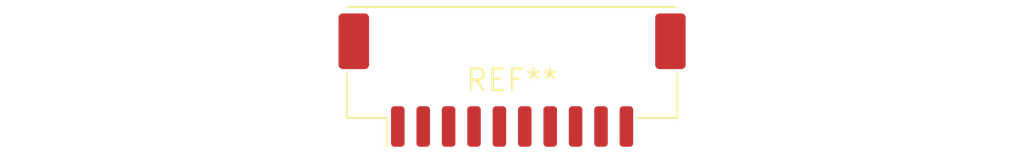
<source format=kicad_pcb>
(kicad_pcb (version 20240108) (generator pcbnew)
  (layers (0 "F.Cu" signal) (31 "B.Cu" signal) (34 "B.Paste" user) (35 "F.Paste" user) (36 "B.SilkS" user "B.Silkscreen") (37 "F.SilkS" user "F.Silkscreen") (38 "B.Mask" user) (39 "F.Mask" user) (44 "Edge.Cuts" user))
  (net 0 "")
  (footprint "Molex_CLIK-Mate_505405-1070_1x10-1MP_P1.50mm_Vertical" (layer "F.Cu") (at 0 0)
    (property "Reference" "REF**")
    (property "Value" "Molex_CLIK-Mate_505405-1070_1x10-1MP_P1.50mm_Vertical")
    (fp_line (start -9.76 -0.39) (end -9.76 2.24) (layer "F.SilkS") (stroke (width 0.12)))
    (fp_line (start -9.76 2.24) (end -7.41 2.24) (layer "F.SilkS") (stroke (width 0.12)))
    (fp_line (start -9.65 -4.33) (end 9.65 -4.33) (layer "F.SilkS") (stroke (width 0.12)))
    (fp_line (start -7.41 2.24) (end -7.41 3.95) (layer "F.SilkS") (stroke (width 0.12)))
    (fp_line (start 9.76 -0.39) (end 9.76 2.24) (layer "F.SilkS") (stroke (width 0.12)))
    (fp_line (start 9.76 2.24) (end 7.41 2.24) (layer "F.SilkS") (stroke (width 0.12)))
    (pad "1" smd roundrect (at -6.75 2.75) (size 0.8 2.4) (layers "F.Cu" "F.Paste" "F.Mask"))
    (pad "2" smd roundrect (at -5.25 2.75) (size 0.8 2.4) (layers "F.Cu" "F.Paste" "F.Mask"))
    (pad "3" smd roundrect (at -3.75 2.75) (size 0.8 2.4) (layers "F.Cu" "F.Paste" "F.Mask"))
    (pad "4" smd roundrect (at -2.25 2.75) (size 0.8 2.4) (layers "F.Cu" "F.Paste" "F.Mask"))
    (pad "5" smd roundrect (at -0.75 2.75) (size 0.8 2.4) (layers "F.Cu" "F.Paste" "F.Mask"))
    (pad "6" smd roundrect (at 0.75 2.75) (size 0.8 2.4) (layers "F.Cu" "F.Paste" "F.Mask"))
    (pad "7" smd roundrect (at 2.25 2.75) (size 0.8 2.4) (layers "F.Cu" "F.Paste" "F.Mask"))
    (pad "8" smd roundrect (at 3.75 2.75) (size 0.8 2.4) (layers "F.Cu" "F.Paste" "F.Mask"))
    (pad "9" smd roundrect (at 5.25 2.75) (size 0.8 2.4) (layers "F.Cu" "F.Paste" "F.Mask"))
    (pad "10" smd roundrect (at 6.75 2.75) (size 0.8 2.4) (layers "F.Cu" "F.Paste" "F.Mask"))
    (pad "MP" smd roundrect (at -9.35 -2.3) (size 1.8 3.3) (layers "F.Cu" "F.Paste" "F.Mask") (roundrect_rratio 0.138889))
    (pad "MP" smd roundrect (at 9.35 -2.3) (size 1.8 3.3) (layers "F.Cu" "F.Paste" "F.Mask") (roundrect_rratio 0.138889))
  )
)
</source>
